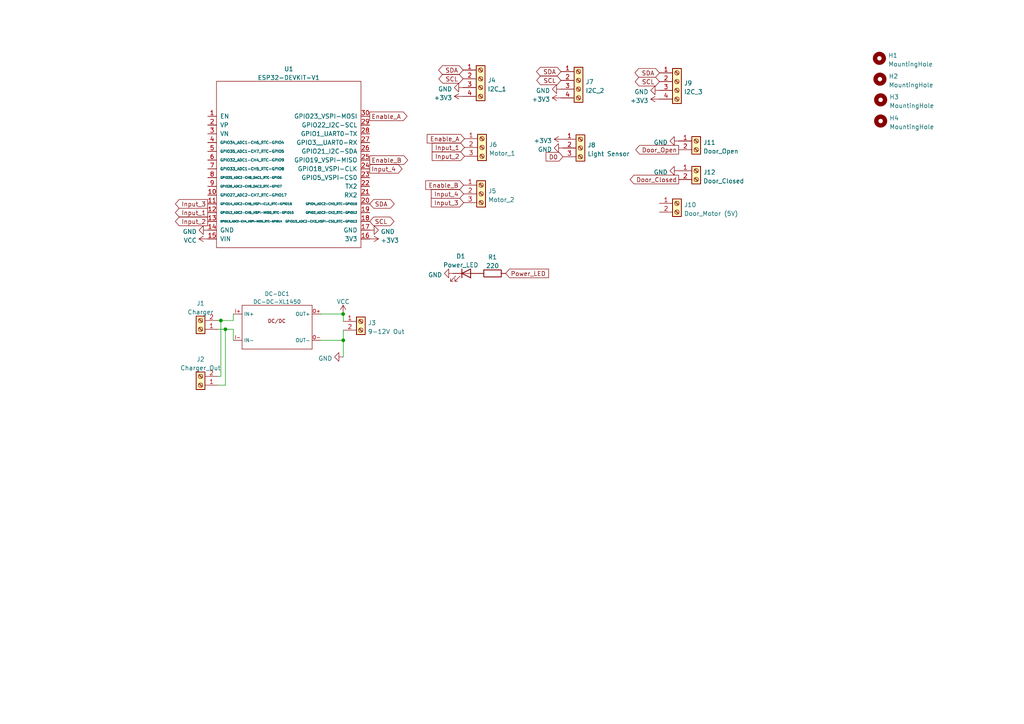
<source format=kicad_sch>
(kicad_sch (version 20211123) (generator eeschema)
  (paper "A4")
  (lib_symbols
    (symbol "Connector:Screw_Terminal_01x02" (pin_names (offset 1.016) hide)
      (property "Reference" "J" (at 0 2.54 0))
      (property "Value" "Screw_Terminal_01x02" (at 0 -5.08 0))
      (symbol "Screw_Terminal_01x02_1_1"
        (rectangle (start -1.27 1.27) (end 1.27 -3.81) (stroke (width 0.254)) (fill (type background)))
        (circle (center 0 -2.54) (radius 0.635) (stroke (width 0.1524)))
        (polyline (pts (xy -0.5334 -2.2098) (xy 0.3302 -3.048)) (stroke (width 0.1524)))
        (polyline (pts (xy -0.5334 0.3302) (xy 0.3302 -0.508)) (stroke (width 0.1524)))
        (polyline (pts (xy -0.3556 -2.032) (xy 0.508 -2.8702)) (stroke (width 0.1524)))
        (polyline (pts (xy -0.3556 0.508) (xy 0.508 -0.3302)) (stroke (width 0.1524)))
        (circle (center 0 0) (radius 0.635) (stroke (width 0.1524)))
        (pin passive line (at -5.08 0 0) (length 3.81) (name "Pin_1") (number "1"))
        (pin passive line (at -5.08 -2.54 0) (length 3.81) (name "Pin_2") (number "2"))
      )
    )
    (symbol "Connector:Screw_Terminal_01x03" (pin_names (offset 1.016) hide)
      (property "Reference" "J" (at 0 5.08 0))
      (property "Value" "Screw_Terminal_01x03" (at 0 -5.08 0))
      (symbol "Screw_Terminal_01x03_1_1"
        (rectangle (start -1.27 3.81) (end 1.27 -3.81) (stroke (width 0.254)) (fill (type background)))
        (circle (center 0 -2.54) (radius 0.635) (stroke (width 0.1524)))
        (polyline (pts (xy -0.5334 -2.2098) (xy 0.3302 -3.048)) (stroke (width 0.1524)))
        (polyline (pts (xy -0.5334 0.3302) (xy 0.3302 -0.508)) (stroke (width 0.1524)))
        (polyline (pts (xy -0.5334 2.8702) (xy 0.3302 2.032)) (stroke (width 0.1524)))
        (polyline (pts (xy -0.3556 -2.032) (xy 0.508 -2.8702)) (stroke (width 0.1524)))
        (polyline (pts (xy -0.3556 0.508) (xy 0.508 -0.3302)) (stroke (width 0.1524)))
        (polyline (pts (xy -0.3556 3.048) (xy 0.508 2.2098)) (stroke (width 0.1524)))
        (circle (center 0 0) (radius 0.635) (stroke (width 0.1524)))
        (circle (center 0 2.54) (radius 0.635) (stroke (width 0.1524)))
        (pin passive line (at -5.08 2.54 0) (length 3.81) (name "Pin_1") (number "1"))
        (pin passive line (at -5.08 0 0) (length 3.81) (name "Pin_2") (number "2"))
        (pin passive line (at -5.08 -2.54 0) (length 3.81) (name "Pin_3") (number "3"))
      )
    )
    (symbol "Connector:Screw_Terminal_01x04" (pin_names (offset 1.016) hide)
      (property "Reference" "J" (at 0 5.08 0))
      (property "Value" "Screw_Terminal_01x04" (at 0 -7.62 0))
      (symbol "Screw_Terminal_01x04_1_1"
        (rectangle (start -1.27 3.81) (end 1.27 -6.35) (stroke (width 0.254)) (fill (type background)))
        (circle (center 0 -5.08) (radius 0.635) (stroke (width 0.1524)))
        (circle (center 0 -2.54) (radius 0.635) (stroke (width 0.1524)))
        (polyline (pts (xy -0.5334 -4.7498) (xy 0.3302 -5.588)) (stroke (width 0.1524)))
        (polyline (pts (xy -0.5334 -2.2098) (xy 0.3302 -3.048)) (stroke (width 0.1524)))
        (polyline (pts (xy -0.5334 0.3302) (xy 0.3302 -0.508)) (stroke (width 0.1524)))
        (polyline (pts (xy -0.5334 2.8702) (xy 0.3302 2.032)) (stroke (width 0.1524)))
        (polyline (pts (xy -0.3556 -4.572) (xy 0.508 -5.4102)) (stroke (width 0.1524)))
        (polyline (pts (xy -0.3556 -2.032) (xy 0.508 -2.8702)) (stroke (width 0.1524)))
        (polyline (pts (xy -0.3556 0.508) (xy 0.508 -0.3302)) (stroke (width 0.1524)))
        (polyline (pts (xy -0.3556 3.048) (xy 0.508 2.2098)) (stroke (width 0.1524)))
        (circle (center 0 0) (radius 0.635) (stroke (width 0.1524)))
        (circle (center 0 2.54) (radius 0.635) (stroke (width 0.1524)))
        (pin passive line (at -5.08 2.54 0) (length 3.81) (name "Pin_1") (number "1"))
        (pin passive line (at -5.08 0 0) (length 3.81) (name "Pin_2") (number "2"))
        (pin passive line (at -5.08 -2.54 0) (length 3.81) (name "Pin_3") (number "3"))
        (pin passive line (at -5.08 -5.08 0) (length 3.81) (name "Pin_4") (number "4"))
      )
    )
    (symbol "Device:LED" (pin_numbers hide) (pin_names (offset 1.016) hide)
      (property "Reference" "D" (at 0 2.54 0))
      (property "Value" "LED" (at 0 -2.54 0))
      (symbol "LED_0_1"
        (polyline (pts (xy -1.27 -1.27) (xy -1.27 1.27)) (stroke (width 0.254)))
        (polyline (pts (xy -1.27 0) (xy 1.27 0)))
        (polyline (pts (xy 1.27 -1.27) (xy 1.27 1.27) (xy -1.27 0) (xy 1.27 -1.27)) (stroke (width 0.254)))
        (polyline (pts (xy -3.048 -0.762) (xy -4.572 -2.286) (xy -3.81 -2.286) (xy -4.572 -2.286) (xy -4.572 -1.524)))
        (polyline (pts (xy -1.778 -0.762) (xy -3.302 -2.286) (xy -2.54 -2.286) (xy -3.302 -2.286) (xy -3.302 -1.524)))
      )
      (symbol "LED_1_1"
        (pin passive line (at -3.81 0 0) (length 2.54) (name "K") (number "1"))
        (pin passive line (at 3.81 0 180) (length 2.54) (name "A") (number "2"))
      )
    )
    (symbol "Device:R" (pin_numbers hide) (pin_names (offset 0))
      (property "Reference" "R" (at 2.032 0 90))
      (property "Value" "R" (at 0 0 90))
      (symbol "R_0_1"
        (rectangle (start -1.016 -2.54) (end 1.016 2.54) (stroke (width 0.254)))
      )
      (symbol "R_1_1"
        (pin passive line (at 0 3.81 270) (length 1.27) (name "~") (number "1"))
        (pin passive line (at 0 -3.81 90) (length 1.27) (name "~") (number "2"))
      )
    )
    (symbol "Mechanical:MountingHole" (pin_names (offset 1.016))
      (property "Reference" "H" (at 0 5.08 0))
      (property "Value" "MountingHole" (at 0 3.175 0))
      (symbol "MountingHole_0_1"
        (circle (center 0 0) (radius 1.27) (stroke (width 1.27)))
      )
    )
    (symbol "Zimprich:DC-DC-XL1450"
      (property "Reference" "DC-DC" (at -5.08 15.24 0))
      (property "Value" "DC-DC-XL1450" (at -5.08 -2.54 0))
      (symbol "DC-DC-XL1450_1_0"
        (polyline (pts (xy -10.16 0) (xy 10.16 0)))
        (polyline (pts (xy -10.16 12.7) (xy -10.16 0)))
        (polyline (pts (xy 10.16 0) (xy 10.16 12.7)))
        (polyline (pts (xy 10.16 12.7) (xy -10.16 12.7)))
        (text "DC/DC" (at -0.1016 8.128 0) (effects (font (size 1.016 1.016))))
      )
      (symbol "DC-DC-XL1450_1_1"
        (pin power_in line (at -12.7 10.16 0) (length 2.54) (name "IN+") (number "I+"))
        (pin power_in line (at -12.7 2.54 0) (length 2.54) (name "IN-") (number "I-"))
        (pin power_out line (at 12.7 10.16 180) (length 2.54) (name "OUT+") (number "O+"))
        (pin power_out line (at 12.7 2.54 180) (length 2.54) (name "OUT-") (number "O-"))
      )
    )
    (symbol "power:+3.3V" (power) (pin_names (offset 0))
      (property "Value" "+3.3V" (at 0 3.556 0))
      (symbol "+3.3V_0_1"
        (polyline (pts (xy -0.762 1.27) (xy 0 2.54)))
        (polyline (pts (xy 0 0) (xy 0 2.54)))
        (polyline (pts (xy 0 2.54) (xy 0.762 1.27)))
      )
      (symbol "+3.3V_1_1"
        (pin power_in line (at 0 0 90) (length 0) hide (name "+3V3") (number "1"))
      )
    )
    (symbol "power:GND" (power) (pin_names (offset 0))
      (property "Value" "GND" (at 0 -3.81 0))
      (symbol "GND_0_1"
        (polyline (pts (xy 0 0) (xy 0 -1.27) (xy 1.27 -1.27) (xy 0 -2.54) (xy -1.27 -1.27) (xy 0 -1.27)))
      )
      (symbol "GND_1_1"
        (pin power_in line (at 0 0 270) (length 0) hide (name "GND") (number "1"))
      )
    )
    (symbol "power:VCC" (power) (pin_names (offset 0))
      (property "Value" "VCC" (at 0 3.81 0))
      (symbol "VCC_0_1"
        (polyline (pts (xy -0.762 1.27) (xy 0 2.54)))
        (polyline (pts (xy 0 0) (xy 0 2.54)))
        (polyline (pts (xy 0 2.54) (xy 0.762 1.27)))
      )
      (symbol "VCC_1_1"
        (pin power_in line (at 0 0 90) (length 0) hide (name "VCC") (number "1"))
      )
    )
    (symbol "teensy:ESP32-DEVKIT-V1" (pin_names (offset 1.016))
      (property "Reference" "U" (at -1.27 11.43 0))
      (property "Value" "ESP32-DEVKIT-V1" (at 0 13.97 0))
      (symbol "ESP32-DEVKIT-V1_0_1"
        (rectangle (start 20.32 17.78) (end -21.59 -30.48))
      )
      (symbol "ESP32-DEVKIT-V1_1_1"
        (pin output line (at -24.13 7.62 0) (length 2.54) (name "EN") (number "1"))
        (pin bidirectional line (at -24.13 -15.24 0) (length 2.54) (name "GPIO27_ADC2-CH7_RTC-GPIO17") (number "10"))
        (pin bidirectional line (at -24.13 -17.78 0) (length 2.54) (name "GPIO14_ADC2-CH6_HSPI-CLK_RTC-GPIO16") (number "11"))
        (pin bidirectional line (at -24.13 -20.32 0) (length 2.54) (name "GPIO12_ADC2-CH5_HSPI-MISO_RTC-GPIO15") (number "12"))
        (pin bidirectional line (at -24.13 -22.86 0) (length 2.54) (name "GPIO13_ADC2-CH4_HSPI-MOSI_RTC-GPIO14") (number "13"))
        (pin bidirectional line (at -24.13 -25.4 0) (length 2.54) (name "GND") (number "14"))
        (pin power_in line (at -24.13 -27.94 0) (length 2.54) (name "VIN") (number "15"))
        (pin output line (at 22.86 -27.94 180) (length 2.54) (name "3V3") (number "16"))
        (pin bidirectional line (at 22.86 -25.4 180) (length 2.54) (name "GND") (number "17"))
        (pin bidirectional line (at 22.86 -22.86 180) (length 2.54) (name "GPIO15_ADC2-CH3_HSPI-CS0_RTC-GPIO13") (number "18"))
        (pin bidirectional line (at 22.86 -20.32 180) (length 2.54) (name "GPIO2_ADC2-CH2_RTC-GPIO12") (number "19"))
        (pin bidirectional line (at -24.13 5.08 0) (length 2.54) (name "VP") (number "2"))
        (pin bidirectional line (at 22.86 -17.78 180) (length 2.54) (name "GPIO4_ADC2-CH0_RTC-GPIO10") (number "20"))
        (pin bidirectional line (at 22.86 -15.24 180) (length 2.54) (name "RX2") (number "21"))
        (pin bidirectional line (at 22.86 -12.7 180) (length 2.54) (name "TX2") (number "22"))
        (pin bidirectional line (at 22.86 -10.16 180) (length 2.54) (name "GPIO5_VSPI-CS0") (number "23"))
        (pin bidirectional line (at 22.86 -7.62 180) (length 2.54) (name "GPIO18_VSPI-CLK") (number "24"))
        (pin bidirectional line (at 22.86 -5.08 180) (length 2.54) (name "GPIO19_VSPI-MISO") (number "25"))
        (pin bidirectional line (at 22.86 -2.54 180) (length 2.54) (name "GPIO21_I2C-SDA") (number "26"))
        (pin bidirectional line (at 22.86 0 180) (length 2.54) (name "GPIO3__UART0-RX") (number "27"))
        (pin bidirectional line (at 22.86 2.54 180) (length 2.54) (name "GPIO1_UART0-TX") (number "28"))
        (pin bidirectional line (at 22.86 5.08 180) (length 2.54) (name "GPIO22_I2C-SCL") (number "29"))
        (pin bidirectional line (at -24.13 2.54 0) (length 2.54) (name "VN") (number "3"))
        (pin bidirectional line (at 22.86 7.62 180) (length 2.54) (name "GPIO23_VSPI-MOSI") (number "30"))
        (pin bidirectional line (at -24.13 0 0) (length 2.54) (name "GPIO34_ADC1-CH6_RTC-GPIO4") (number "4"))
        (pin bidirectional line (at -24.13 -2.54 0) (length 2.54) (name "GPIO35_ADC1-CH7_RTC-GPIO5") (number "5"))
        (pin bidirectional line (at -24.13 -5.08 0) (length 2.54) (name "GPIO32_ADC1-CH4_RTC-GPIO9") (number "6"))
        (pin bidirectional line (at -24.13 -7.62 0) (length 2.54) (name "GPIO33_ADC1-CH5_RTC-GPIO8") (number "7"))
        (pin bidirectional line (at -24.13 -10.16 0) (length 2.54) (name "GPIO25_ADC2-CH8_DAC1_RTC-GPIO6") (number "8"))
        (pin bidirectional line (at -24.13 -12.7 0) (length 2.54) (name "GPIO26_ADC2-CH9_DAC2_RTC-GPIO7") (number "9"))
      )
    )
  )
  (junction (at 99.5172 91.0844))
  (junction (at 99.568 98.7044))
  (junction (at 65.3796 95.504))
  (junction (at 64.0588 92.964))
  (wire (pts (xy 99.5172 91.0844) (xy 99.568 91.0844)))
  (wire (pts (xy 99.568 98.7044) (xy 99.568 95.758)))
  (wire (pts (xy 64.0588 92.964) (xy 64.0588 109.1692)))
  (wire (pts (xy 67.6656 95.504) (xy 67.6656 98.7044)))
  (wire (pts (xy 65.3796 95.504) (xy 65.3796 111.7092)))
  (wire (pts (xy 67.6656 92.964) (xy 67.6656 91.0844)))
  (wire (pts (xy 63.246 92.964) (xy 64.0588 92.964)))
  (wire (pts (xy 93.0656 98.7044) (xy 99.568 98.7044)))
  (wire (pts (xy 93.0656 91.0844) (xy 99.5172 91.0844)))
  (wire (pts (xy 65.3796 111.7092) (xy 63.246 111.7092)))
  (wire (pts (xy 64.0588 109.1692) (xy 63.246 109.1692)))
  (wire (pts (xy 99.568 91.0844) (xy 99.568 93.218)))
  (wire (pts (xy 63.246 95.504) (xy 65.3796 95.504)))
  (wire (pts (xy 65.3796 95.504) (xy 67.6656 95.504)))
  (wire (pts (xy 99.568 103.5304) (xy 99.568 98.7044)))
  (wire (pts (xy 64.0588 92.964) (xy 67.6656 92.964)))
  (global_label "Input_1" (shape input) (at 134.7216 42.7736 180) (property "Intersheet References" "${INTERSHEET_REFS}" (effects hide)))
  (global_label "Input_2" (shape output) (at 60.2488 64.2112 180) (property "Intersheet References" "${INTERSHEET_REFS}" (effects hide)))
  (global_label "Enable_B" (shape input) (at 134.4676 53.6956 180) (property "Intersheet References" "${INTERSHEET_REFS}" (effects hide)))
  (global_label "SDA" (shape bidirectional) (at 107.2388 59.1312 0) (property "Intersheet References" "${INTERSHEET_REFS}" (effects hide)))
  (global_label "Power_LED" (shape input) (at 146.6596 79.2988 0) (property "Intersheet References" "${INTERSHEET_REFS}" (effects hide)))
  (global_label "D0" (shape input) (at 163.2712 45.466 180) (property "Intersheet References" "${INTERSHEET_REFS}" (effects hide)))
  (global_label "Enable_B" (shape output) (at 107.2388 46.4312 0) (property "Intersheet References" "${INTERSHEET_REFS}" (effects hide)))
  (global_label "Input_4" (shape input) (at 134.4676 56.2356 180) (property "Intersheet References" "${INTERSHEET_REFS}" (effects hide)))
  (global_label "Input_1" (shape output) (at 60.2488 61.6712 180) (property "Intersheet References" "${INTERSHEET_REFS}" (effects hide)))
  (global_label "Door_Open" (shape output) (at 196.85 43.434 180) (property "Intersheet References" "${INTERSHEET_REFS}" (effects hide)))
  (global_label "SCL" (shape bidirectional) (at 134.3152 22.86 180) (property "Intersheet References" "${INTERSHEET_REFS}" (effects hide)))
  (global_label "SCL" (shape bidirectional) (at 191.262 23.6728 180) (property "Intersheet References" "${INTERSHEET_REFS}" (effects hide)))
  (global_label "Input_3" (shape input) (at 134.4676 58.7756 180) (property "Intersheet References" "${INTERSHEET_REFS}" (effects hide)))
  (global_label "SDA" (shape bidirectional) (at 191.262 21.1328 180) (property "Intersheet References" "${INTERSHEET_REFS}" (effects hide)))
  (global_label "Input_2" (shape input) (at 134.7216 45.3136 180) (property "Intersheet References" "${INTERSHEET_REFS}" (effects hide)))
  (global_label "SCL" (shape bidirectional) (at 107.2388 64.2112 0) (property "Intersheet References" "${INTERSHEET_REFS}" (effects hide)))
  (global_label "SDA" (shape bidirectional) (at 162.7124 20.7772 180) (property "Intersheet References" "${INTERSHEET_REFS}" (effects hide)))
  (global_label "Enable_A" (shape input) (at 134.7216 40.2336 180) (property "Intersheet References" "${INTERSHEET_REFS}" (effects hide)))
  (global_label "Input_3" (shape output) (at 60.2488 59.1312 180) (property "Intersheet References" "${INTERSHEET_REFS}" (effects hide)))
  (global_label "Enable_A" (shape output) (at 107.2388 33.7312 0) (property "Intersheet References" "${INTERSHEET_REFS}" (effects hide)))
  (global_label "Door_Closed" (shape output) (at 196.85 52.07 180) (property "Intersheet References" "${INTERSHEET_REFS}" (effects hide)))
  (global_label "SCL" (shape bidirectional) (at 162.7124 23.3172 180) (property "Intersheet References" "${INTERSHEET_REFS}" (effects hide)))
  (global_label "SDA" (shape bidirectional) (at 134.3152 20.32 180) (property "Intersheet References" "${INTERSHEET_REFS}" (effects hide)))
  (global_label "Input_4" (shape output) (at 107.2388 48.9712 0) (property "Intersheet References" "${INTERSHEET_REFS}" (effects hide)))
  (symbol (lib_id "power:GND") (at 196.85 49.53 270) (unit 1)
    (property "Reference" "#PWR017" (effects hide))
    (property "Value" "GND" (at 193.6751 49.9638 90) (effects (justify right)))
  )
  (symbol (lib_id "Mechanical:MountingHole") (at 255.0668 16.9164 0) (unit 1)
    (property "Reference" "H1" (at 257.6068 16.0817 0) (effects (justify left)))
    (property "Value" "MountingHole" (at 257.6068 18.6186 0) (effects (justify left)))
    (property "Footprint" "MountingHole:MountingHole_3.2mm_M3" (effects hide))
  )
  (symbol (lib_id "Connector:Screw_Terminal_01x03") (at 139.5476 56.2356 0) (unit 1)
    (property "Reference" "J5" (at 141.5796 55.4009 0) (effects (justify left)))
    (property "Value" "Motor_2" (at 141.5796 57.9378 0) (effects (justify left)))
    (property "Footprint" "Connector_JST:JST_XH_B3B-XH-A_1x03_P2.50mm_Vertical" (effects hide))
  )
  (symbol (lib_id "Device:LED") (at 135.2296 79.2988 0) (unit 1)
    (property "Reference" "D1" (at 133.6421 74.329 0))
    (property "Value" "Power_LED" (at 133.6421 76.8659 0))
    (property "Footprint" "LED_THT:LED_D5.0mm" (effects hide))
  )
  (symbol (lib_id "power:VCC") (at 99.5172 91.0844 0) (unit 1)
    (property "Reference" "#PWR03" (effects hide))
    (property "Value" "VCC" (at 99.5172 87.5086 0))
  )
  (symbol (lib_id "Connector:Screw_Terminal_01x02") (at 104.648 93.218 0) (unit 1)
    (property "Reference" "J3" (at 106.68 93.6533 0) (effects (justify left)))
    (property "Value" "9-12V Out" (at 106.68 96.1902 0) (effects (justify left)))
    (property "Footprint" "Connector_Phoenix_MSTB:PhoenixContact_MSTBVA_2,5_2-G-5,08_1x02_P5.08mm_Vertical" (effects hide))
  )
  (symbol (lib_id "power:GND") (at 107.2388 66.7512 90) (unit 1)
    (property "Reference" "#PWR05" (effects hide))
    (property "Value" "GND" (at 110.4138 67.185 90) (effects (justify right)))
  )
  (symbol (lib_id "Connector:Screw_Terminal_01x04") (at 196.342 23.6728 0) (unit 1)
    (property "Reference" "J9" (at 198.374 24.1081 0) (effects (justify left)))
    (property "Value" "I2C_3" (at 198.374 26.645 0) (effects (justify left)))
    (property "Footprint" "Connector_JST:JST_XH_B4B-XH-A_1x04_P2.50mm_Vertical" (effects hide))
  )
  (symbol (lib_id "power:GND") (at 99.568 103.5304 270) (unit 1)
    (property "Reference" "#PWR04" (effects hide))
    (property "Value" "GND" (at 96.3931 103.9642 90) (effects (justify right)))
  )
  (symbol (lib_id "Mechanical:MountingHole") (at 255.4224 35.1028 0) (unit 1)
    (property "Reference" "H4" (at 257.9624 34.2681 0) (effects (justify left)))
    (property "Value" "MountingHole" (at 257.9624 36.805 0) (effects (justify left)))
    (property "Footprint" "MountingHole:MountingHole_3.2mm_M3" (effects hide))
  )
  (symbol (lib_id "power:GND") (at 60.2488 66.7512 270) (unit 1)
    (property "Reference" "#PWR01" (effects hide))
    (property "Value" "GND" (at 57.0739 67.185 90) (effects (justify right)))
  )
  (symbol (lib_id "power:GND") (at 191.262 26.2128 270) (unit 1)
    (property "Reference" "#PWR014" (effects hide))
    (property "Value" "GND" (at 188.0871 26.6466 90) (effects (justify right)))
  )
  (symbol (lib_id "power:+3.3V") (at 163.2712 40.386 90) (unit 1)
    (property "Reference" "#PWR012" (effects hide))
    (property "Value" "+3.3V" (at 160.0962 40.8198 90) (effects (justify left)))
  )
  (symbol (lib_id "power:GND") (at 134.3152 25.4 270) (unit 1)
    (property "Reference" "#PWR08" (effects hide))
    (property "Value" "GND" (at 131.1403 25.8338 90) (effects (justify right)))
  )
  (symbol (lib_id "power:GND") (at 163.2712 42.926 270) (unit 1)
    (property "Reference" "#PWR013" (effects hide))
    (property "Value" "GND" (at 160.0963 43.3598 90) (effects (justify right)))
  )
  (symbol (lib_id "power:GND") (at 131.4196 79.2988 270) (unit 1)
    (property "Reference" "#PWR07" (effects hide))
    (property "Value" "GND" (at 128.2447 79.7326 90) (effects (justify right)))
  )
  (symbol (lib_id "Zimprich:DC-DC-XL1450") (at 80.3656 101.2444 0) (unit 1)
    (property "Reference" "DC-DC1" (at 80.3656 85.2273 0) (effects (font (size 1.143 1.143))))
    (property "Value" "DC-DC-XL1450" (at 80.3656 87.5359 0) (effects (font (size 1.143 1.143))))
    (property "Footprint" "Zimprich:DCDC-XL1450" (effects hide))
  )
  (symbol (lib_id "Connector:Screw_Terminal_01x02") (at 201.93 40.894 0) (unit 1)
    (property "Reference" "J11" (at 203.962 41.3293 0) (effects (justify left)))
    (property "Value" "Door_Open" (at 203.962 43.8662 0) (effects (justify left)))
    (property "Footprint" "Connector_JST:JST_XH_B2B-XH-A_1x02_P2.50mm_Vertical" (effects hide))
  )
  (symbol (lib_id "power:GND") (at 196.85 40.894 270) (unit 1)
    (property "Reference" "#PWR016" (effects hide))
    (property "Value" "GND" (at 193.6751 41.3278 90) (effects (justify right)))
  )
  (symbol (lib_id "Mechanical:MountingHole") (at 255.4224 28.956 0) (unit 1)
    (property "Reference" "H3" (at 257.9624 28.1213 0) (effects (justify left)))
    (property "Value" "MountingHole" (at 257.9624 30.6582 0) (effects (justify left)))
    (property "Footprint" "MountingHole:MountingHole_3.2mm_M3" (effects hide))
  )
  (symbol (lib_id "power:+3.3V") (at 191.262 28.7528 90) (unit 1)
    (property "Reference" "#PWR015" (effects hide))
    (property "Value" "+3.3V" (at 188.087 29.1866 90) (effects (justify left)))
  )
  (symbol (lib_id "Device:R") (at 142.8496 79.2988 90) (unit 1)
    (property "Reference" "R1" (at 142.8496 74.583 90))
    (property "Value" "220" (at 142.8496 77.1199 90))
    (property "Footprint" "Resistor_THT:R_Axial_DIN0207_L6.3mm_D2.5mm_P10.16mm_Horizontal" (effects hide))
  )
  (symbol (lib_id "Mechanical:MountingHole") (at 255.2192 22.9616 0) (unit 1)
    (property "Reference" "H2" (at 257.7592 22.1269 0) (effects (justify left)))
    (property "Value" "MountingHole" (at 257.7592 24.6638 0) (effects (justify left)))
    (property "Footprint" "MountingHole:MountingHole_3.2mm_M3" (effects hide))
  )
  (symbol (lib_id "power:VCC") (at 60.2488 69.2912 90) (unit 1)
    (property "Reference" "#PWR02" (effects hide))
    (property "Value" "VCC" (at 57.0738 69.725 90) (effects (justify left)))
  )
  (symbol (lib_id "Connector:Screw_Terminal_01x02") (at 196.342 58.9788 0) (unit 1)
    (property "Reference" "J10" (at 198.374 59.4141 0) (effects (justify left)))
    (property "Value" "Door_Motor (5V)" (at 198.374 61.951 0) (effects (justify left)))
    (property "Footprint" "Connector_JST:JST_XH_B2B-XH-A_1x02_P2.50mm_Vertical" (effects hide))
  )
  (symbol (lib_id "Connector:Screw_Terminal_01x04") (at 139.3952 22.86 0) (unit 1)
    (property "Reference" "J4" (at 141.4272 23.2953 0) (effects (justify left)))
    (property "Value" "I2C_1" (at 141.4272 25.8322 0) (effects (justify left)))
    (property "Footprint" "Connector_JST:JST_XH_B4B-XH-A_1x04_P2.50mm_Vertical" (effects hide))
  )
  (symbol (lib_id "power:GND") (at 162.7124 25.8572 270) (unit 1)
    (property "Reference" "#PWR010" (effects hide))
    (property "Value" "GND" (at 159.5375 26.291 90) (effects (justify right)))
  )
  (symbol (lib_id "power:+3.3V") (at 134.3152 27.94 90) (unit 1)
    (property "Reference" "#PWR09" (effects hide))
    (property "Value" "+3.3V" (at 131.1402 28.3738 90) (effects (justify left)))
  )
  (symbol (lib_id "Connector:Screw_Terminal_01x03") (at 168.3512 42.926 0) (unit 1)
    (property "Reference" "J8" (at 170.3832 42.0913 0) (effects (justify left)))
    (property "Value" "Light Sensor" (at 170.3832 44.6282 0) (effects (justify left)))
    (property "Footprint" "Connector_JST:JST_XH_B3B-XH-A_1x03_P2.50mm_Vertical" (effects hide))
  )
  (symbol (lib_id "power:+3.3V") (at 162.7124 28.3972 90) (unit 1)
    (property "Reference" "#PWR011" (effects hide))
    (property "Value" "+3.3V" (at 159.5374 28.831 90) (effects (justify left)))
  )
  (symbol (lib_id "power:+3.3V") (at 107.2388 69.2912 270) (unit 1)
    (property "Reference" "#PWR06" (effects hide))
    (property "Value" "+3.3V" (at 110.4138 69.725 90) (effects (justify left)))
  )
  (symbol (lib_id "Connector:Screw_Terminal_01x03") (at 139.8016 42.7736 0) (unit 1)
    (property "Reference" "J6" (at 141.8336 41.9389 0) (effects (justify left)))
    (property "Value" "Motor_1" (at 141.8336 44.4758 0) (effects (justify left)))
    (property "Footprint" "Connector_JST:JST_XH_B3B-XH-A_1x03_P2.50mm_Vertical" (effects hide))
  )
  (symbol (lib_id "Connector:Screw_Terminal_01x02") (at 58.166 111.7092 180) (unit 1)
    (property "Reference" "J2" (at 58.166 104.1994 0))
    (property "Value" "Charger_Out" (at 58.166 106.7363 0))
    (property "Footprint" "Connector_Phoenix_MSTB:PhoenixContact_MSTBVA_2,5_2-G-5,08_1x02_P5.08mm_Vertical" (effects hide))
  )
  (symbol (lib_id "teensy:ESP32-DEVKIT-V1") (at 84.3788 41.3512 0) (unit 1)
    (property "Reference" "U1" (at 83.7438 19.9984 0))
    (property "Value" "ESP32-DEVKIT-V1" (at 83.7438 22.5353 0))
    (property "Footprint" "teensy_library-master:ESP32-DEVKIT-V1" (effects hide))
  )
  (symbol (lib_id "Connector:Screw_Terminal_01x02") (at 58.166 95.504 180) (unit 1)
    (property "Reference" "J1" (at 58.166 87.9942 0))
    (property "Value" "Charger" (at 58.166 90.5311 0))
    (property "Footprint" "Connector_Phoenix_MSTB:PhoenixContact_MSTBVA_2,5_2-G-5,08_1x02_P5.08mm_Vertical" (effects hide))
  )
  (symbol (lib_id "Connector:Screw_Terminal_01x04") (at 167.7924 23.3172 0) (unit 1)
    (property "Reference" "J7" (at 169.8244 23.7525 0) (effects (justify left)))
    (property "Value" "I2C_2" (at 169.8244 26.2894 0) (effects (justify left)))
    (property "Footprint" "Connector_JST:JST_XH_B4B-XH-A_1x04_P2.50mm_Vertical" (effects hide))
  )
  (symbol (lib_id "Connector:Screw_Terminal_01x02") (at 201.93 49.53 0) (unit 1)
    (property "Reference" "J12" (at 203.962 49.9653 0) (effects (justify left)))
    (property "Value" "Door_Closed" (at 203.962 52.5022 0) (effects (justify left)))
    (property "Footprint" "Connector_JST:JST_XH_B2B-XH-A_1x02_P2.50mm_Vertical" (effects hide))
  )
)
</source>
